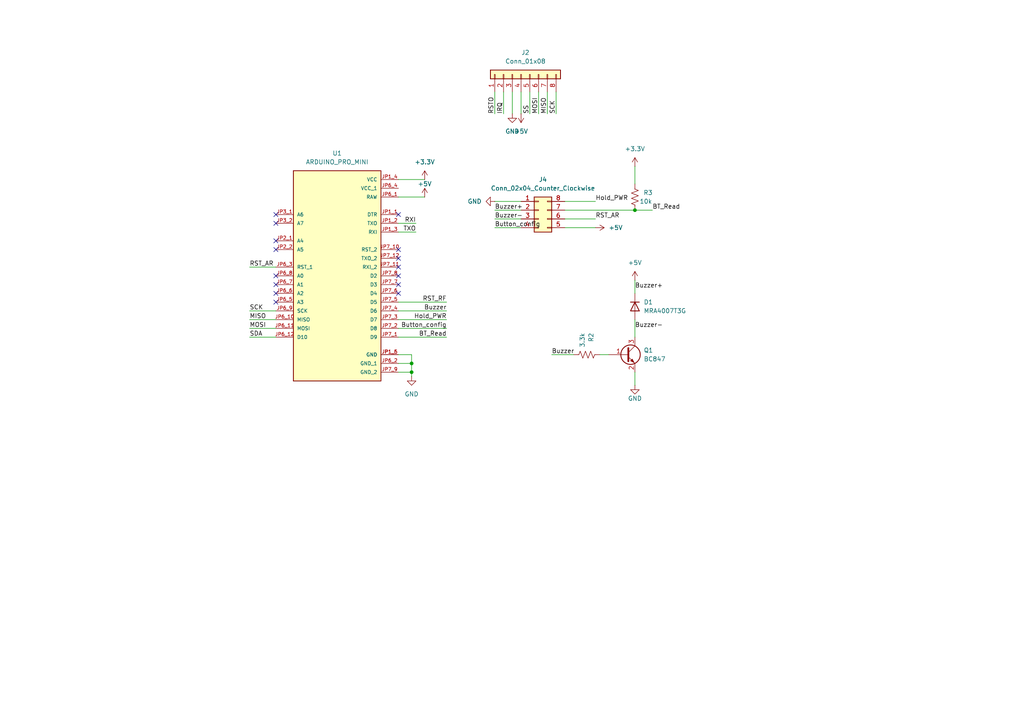
<source format=kicad_sch>
(kicad_sch (version 20231120) (generator "eeschema") (generator_version "8.0")
  (paper "A4")
  (lib_symbols
    (symbol "ARDUINO_PRO_MINI:ARDUINO_PRO_MINI" (pin_names (offset 1.016))
      (property "Reference" "U" (at -12.7 31.75 0))
      (property "Value" "ARDUINO_PRO_MINI" (at -12.7 -33.02 0))
      (symbol "ARDUINO_PRO_MINI_0_0"
        (rectangle (start -12.7 -30.48) (end 12.7 30.48) (stroke (width 0.254)) (fill (type background)))
        (pin input line (at 17.78 17.78 180) (length 5.08) (name "DTR") (number "JP1_1"))
        (pin bidirectional line (at 17.78 15.24 180) (length 5.08) (name "TXO") (number "JP1_2"))
        (pin bidirectional line (at 17.78 12.7 180) (length 5.08) (name "RXI") (number "JP1_3"))
        (pin power_in line (at 17.78 27.94 180) (length 5.08) (name "VCC") (number "JP1_4"))
        (pin power_in line (at 17.78 -22.86 180) (length 5.08) (name "GND") (number "JP1_5"))
        (pin power_in line (at 17.78 -22.86 180) (length 5.08) (name "GND") (number "JP1_6"))
        (pin bidirectional line (at -17.78 10.16 0) (length 5.08) (name "A4") (number "JP2_1"))
        (pin bidirectional line (at -17.78 7.62 0) (length 5.08) (name "A5") (number "JP2_2"))
        (pin input line (at -17.78 17.78 0) (length 5.08) (name "A6") (number "JP3_1"))
        (pin input line (at -17.78 15.24 0) (length 5.08) (name "A7") (number "JP3_2"))
        (pin power_in line (at 17.78 22.86 180) (length 5.08) (name "RAW") (number "JP6_1"))
        (pin bidirectional line (at -17.78 -12.7 0) (length 5.08) (name "MISO") (number "JP6_10"))
        (pin bidirectional line (at -17.78 -15.24 0) (length 5.08) (name "MOSI") (number "JP6_11"))
        (pin bidirectional line (at -17.78 -17.78 0) (length 5.08) (name "D10") (number "JP6_12"))
        (pin power_in line (at 17.78 -25.4 180) (length 5.08) (name "GND_1") (number "JP6_2"))
        (pin input line (at -17.78 2.54 0) (length 5.08) (name "RST_1") (number "JP6_3"))
        (pin power_in line (at 17.78 25.4 180) (length 5.08) (name "VCC_1") (number "JP6_4"))
        (pin bidirectional line (at -17.78 -7.62 0) (length 5.08) (name "A3") (number "JP6_5"))
        (pin bidirectional line (at -17.78 -5.08 0) (length 5.08) (name "A2") (number "JP6_6"))
        (pin bidirectional line (at -17.78 -2.54 0) (length 5.08) (name "A1") (number "JP6_7"))
        (pin bidirectional line (at -17.78 0 0) (length 5.08) (name "A0") (number "JP6_8"))
        (pin bidirectional line (at -17.78 -10.16 0) (length 5.08) (name "SCK") (number "JP6_9"))
        (pin bidirectional line (at 17.78 -17.78 180) (length 5.08) (name "D9") (number "JP7_1"))
        (pin input line (at 17.78 7.62 180) (length 5.08) (name "RST_2") (number "JP7_10"))
        (pin bidirectional line (at 17.78 2.54 180) (length 5.08) (name "RXI_2") (number "JP7_11"))
        (pin bidirectional line (at 17.78 5.08 180) (length 5.08) (name "TXO_2") (number "JP7_12"))
        (pin bidirectional line (at 17.78 -15.24 180) (length 5.08) (name "D8") (number "JP7_2"))
        (pin bidirectional line (at 17.78 -12.7 180) (length 5.08) (name "D7") (number "JP7_3"))
        (pin bidirectional line (at 17.78 -10.16 180) (length 5.08) (name "D6") (number "JP7_4"))
        (pin bidirectional line (at 17.78 -7.62 180) (length 5.08) (name "D5") (number "JP7_5"))
        (pin bidirectional line (at 17.78 -5.08 180) (length 5.08) (name "D4") (number "JP7_6"))
        (pin bidirectional line (at 17.78 -2.54 180) (length 5.08) (name "D3") (number "JP7_7"))
        (pin bidirectional line (at 17.78 0 180) (length 5.08) (name "D2") (number "JP7_8"))
        (pin power_in line (at 17.78 -27.94 180) (length 5.08) (name "GND_2") (number "JP7_9"))
      )
    )
    (symbol "Connector_Generic:Conn_01x08" (pin_names (offset 1.016) hide)
      (property "Reference" "J" (at 0 10.16 0))
      (property "Value" "Conn_01x08" (at 0 -12.7 0))
      (symbol "Conn_01x08_1_1"
        (rectangle (start -1.27 -10.033) (end 0 -10.287) (stroke (width 0.1524)))
        (rectangle (start -1.27 -7.493) (end 0 -7.747) (stroke (width 0.1524)))
        (rectangle (start -1.27 -4.953) (end 0 -5.207) (stroke (width 0.1524)))
        (rectangle (start -1.27 -2.413) (end 0 -2.667) (stroke (width 0.1524)))
        (rectangle (start -1.27 0.127) (end 0 -0.127) (stroke (width 0.1524)))
        (rectangle (start -1.27 2.667) (end 0 2.413) (stroke (width 0.1524)))
        (rectangle (start -1.27 5.207) (end 0 4.953) (stroke (width 0.1524)))
        (rectangle (start -1.27 7.747) (end 0 7.493) (stroke (width 0.1524)))
        (rectangle (start -1.27 8.89) (end 1.27 -11.43) (stroke (width 0.254)) (fill (type background)))
        (pin passive line (at -5.08 7.62 0) (length 3.81) (name "Pin_1") (number "1"))
        (pin passive line (at -5.08 5.08 0) (length 3.81) (name "Pin_2") (number "2"))
        (pin passive line (at -5.08 2.54 0) (length 3.81) (name "Pin_3") (number "3"))
        (pin passive line (at -5.08 0 0) (length 3.81) (name "Pin_4") (number "4"))
        (pin passive line (at -5.08 -2.54 0) (length 3.81) (name "Pin_5") (number "5"))
        (pin passive line (at -5.08 -5.08 0) (length 3.81) (name "Pin_6") (number "6"))
        (pin passive line (at -5.08 -7.62 0) (length 3.81) (name "Pin_7") (number "7"))
        (pin passive line (at -5.08 -10.16 0) (length 3.81) (name "Pin_8") (number "8"))
      )
    )
    (symbol "Connector_Generic:Conn_02x04_Counter_Clockwise" (pin_names (offset 1.016) hide)
      (property "Reference" "J" (at 1.27 5.08 0))
      (property "Value" "Conn_02x04_Counter_Clockwise" (at 1.27 -7.62 0))
      (symbol "Conn_02x04_Counter_Clockwise_1_1"
        (rectangle (start -1.27 -4.953) (end 0 -5.207) (stroke (width 0.1524)))
        (rectangle (start -1.27 -2.413) (end 0 -2.667) (stroke (width 0.1524)))
        (rectangle (start -1.27 0.127) (end 0 -0.127) (stroke (width 0.1524)))
        (rectangle (start -1.27 2.667) (end 0 2.413) (stroke (width 0.1524)))
        (rectangle (start -1.27 3.81) (end 3.81 -6.35) (stroke (width 0.254)) (fill (type background)))
        (rectangle (start 3.81 -4.953) (end 2.54 -5.207) (stroke (width 0.1524)))
        (rectangle (start 3.81 -2.413) (end 2.54 -2.667) (stroke (width 0.1524)))
        (rectangle (start 3.81 0.127) (end 2.54 -0.127) (stroke (width 0.1524)))
        (rectangle (start 3.81 2.667) (end 2.54 2.413) (stroke (width 0.1524)))
        (pin passive line (at -5.08 2.54 0) (length 3.81) (name "Pin_1") (number "1"))
        (pin passive line (at -5.08 0 0) (length 3.81) (name "Pin_2") (number "2"))
        (pin passive line (at -5.08 -2.54 0) (length 3.81) (name "Pin_3") (number "3"))
        (pin passive line (at -5.08 -5.08 0) (length 3.81) (name "Pin_4") (number "4"))
        (pin passive line (at 7.62 -5.08 180) (length 3.81) (name "Pin_5") (number "5"))
        (pin passive line (at 7.62 -2.54 180) (length 3.81) (name "Pin_6") (number "6"))
        (pin passive line (at 7.62 0 180) (length 3.81) (name "Pin_7") (number "7"))
        (pin passive line (at 7.62 2.54 180) (length 3.81) (name "Pin_8") (number "8"))
      )
    )
    (symbol "Device:R_US" (pin_numbers hide) (pin_names (offset 0))
      (property "Reference" "R" (at 2.54 0 90))
      (property "Value" "R_US" (at -2.54 0 90))
      (symbol "R_US_0_1"
        (polyline (pts (xy 0 -2.286) (xy 0 -2.54)))
        (polyline (pts (xy 0 2.286) (xy 0 2.54)))
        (polyline (pts (xy 0 -0.762) (xy 1.016 -1.143) (xy 0 -1.524) (xy -1.016 -1.905) (xy 0 -2.286)))
        (polyline (pts (xy 0 0.762) (xy 1.016 0.381) (xy 0 0) (xy -1.016 -0.381) (xy 0 -0.762)))
        (polyline (pts (xy 0 2.286) (xy 1.016 1.905) (xy 0 1.524) (xy -1.016 1.143) (xy 0 0.762)))
      )
      (symbol "R_US_1_1"
        (pin passive line (at 0 3.81 270) (length 1.27) (name "~") (number "1"))
        (pin passive line (at 0 -3.81 90) (length 1.27) (name "~") (number "2"))
      )
    )
    (symbol "Diode:MRA4007T3G" (pin_numbers hide) (pin_names hide)
      (property "Reference" "D" (at 0 2.54 0))
      (property "Value" "MRA4007T3G" (at 0 -2.54 0))
      (symbol "MRA4007T3G_0_1"
        (polyline (pts (xy -1.27 1.27) (xy -1.27 -1.27)) (stroke (width 0.254)))
        (polyline (pts (xy 1.27 0) (xy -1.27 0)))
        (polyline (pts (xy 1.27 1.27) (xy 1.27 -1.27) (xy -1.27 0) (xy 1.27 1.27)) (stroke (width 0.254)))
      )
      (symbol "MRA4007T3G_1_1"
        (pin passive line (at -3.81 0 0) (length 2.54) (name "K") (number "1"))
        (pin passive line (at 3.81 0 180) (length 2.54) (name "A") (number "2"))
      )
    )
    (symbol "Transistor_BJT:BC847" (pin_names (offset 0) hide)
      (property "Reference" "Q" (at 5.08 1.905 0))
      (property "Value" "BC847" (at 5.08 0 0))
      (symbol "BC847_0_1"
        (polyline (pts (xy 0.635 0.635) (xy 2.54 2.54)))
        (polyline (pts (xy 0.635 -0.635) (xy 2.54 -2.54) (xy 2.54 -2.54)))
        (polyline (pts (xy 0.635 1.905) (xy 0.635 -1.905) (xy 0.635 -1.905)) (stroke (width 0.508)))
        (polyline (pts (xy 1.27 -1.778) (xy 1.778 -1.27) (xy 2.286 -2.286) (xy 1.27 -1.778) (xy 1.27 -1.778)) (fill (type outline)))
        (circle (center 1.27 0) (radius 2.8194) (stroke (width 0.254)))
      )
      (symbol "BC847_1_1"
        (pin input line (at -5.08 0 0) (length 5.715) (name "B") (number "1"))
        (pin passive line (at 2.54 -5.08 90) (length 2.54) (name "E") (number "2"))
        (pin passive line (at 2.54 5.08 270) (length 2.54) (name "C") (number "3"))
      )
    )
    (symbol "power:+3.3V" (power) (pin_numbers hide) (pin_names (offset 0) hide)
      (property "Value" "+3.3V" (at 0 3.556 0))
      (symbol "+3.3V_0_1"
        (polyline (pts (xy -0.762 1.27) (xy 0 2.54)))
        (polyline (pts (xy 0 0) (xy 0 2.54)))
        (polyline (pts (xy 0 2.54) (xy 0.762 1.27)))
      )
      (symbol "+3.3V_1_1"
        (pin power_in line (at 0 0 90) (length 0) (name "~") (number "1"))
      )
    )
    (symbol "power:+5V" (power) (pin_numbers hide) (pin_names (offset 0) hide)
      (property "Value" "+5V" (at 0 3.556 0))
      (symbol "+5V_0_1"
        (polyline (pts (xy -0.762 1.27) (xy 0 2.54)))
        (polyline (pts (xy 0 0) (xy 0 2.54)))
        (polyline (pts (xy 0 2.54) (xy 0.762 1.27)))
      )
      (symbol "+5V_1_1"
        (pin power_in line (at 0 0 90) (length 0) (name "~") (number "1"))
      )
    )
    (symbol "power:GND" (power) (pin_numbers hide) (pin_names (offset 0) hide)
      (property "Value" "GND" (at 0 -3.81 0))
      (symbol "GND_0_1"
        (polyline (pts (xy 0 0) (xy 0 -1.27) (xy 1.27 -1.27) (xy 0 -2.54) (xy -1.27 -1.27) (xy 0 -1.27)))
      )
      (symbol "GND_1_1"
        (pin power_in line (at 0 0 270) (length 0) (name "~") (number "1"))
      )
    )
  )
  (junction (at 119.38 107.95))
  (junction (at 184.15 60.96))
  (junction (at 119.38 105.41))
  (no_connect (at 80.01 85.09))
  (no_connect (at 80.01 62.23))
  (no_connect (at 115.57 74.93))
  (no_connect (at 115.57 82.55))
  (no_connect (at 115.57 77.47))
  (no_connect (at 80.01 87.63))
  (no_connect (at 115.57 72.39))
  (no_connect (at 80.01 64.77))
  (no_connect (at 80.01 82.55))
  (no_connect (at 115.57 85.09))
  (no_connect (at 115.57 62.23))
  (no_connect (at 80.01 72.39))
  (no_connect (at 80.01 69.85))
  (no_connect (at 115.57 80.01))
  (no_connect (at 80.01 80.01))
  (wire (pts (xy 115.57 52.07) (xy 123.19 52.07)))
  (wire (pts (xy 119.38 102.87) (xy 119.38 105.41)))
  (wire (pts (xy 160.02 102.87) (xy 166.37 102.87)))
  (wire (pts (xy 146.05 26.67) (xy 146.05 33.02)))
  (wire (pts (xy 115.57 90.17) (xy 129.54 90.17)))
  (wire (pts (xy 184.15 48.26) (xy 184.15 53.34)))
  (wire (pts (xy 184.15 81.28) (xy 184.15 85.09)))
  (wire (pts (xy 148.59 26.67) (xy 148.59 33.02)))
  (wire (pts (xy 143.51 63.5) (xy 151.13 63.5)))
  (wire (pts (xy 173.99 102.87) (xy 176.53 102.87)))
  (wire (pts (xy 72.39 97.79) (xy 80.01 97.79)))
  (wire (pts (xy 158.75 26.67) (xy 158.75 33.02)))
  (wire (pts (xy 143.51 60.96) (xy 151.13 60.96)))
  (wire (pts (xy 163.83 58.42) (xy 172.72 58.42)))
  (wire (pts (xy 72.39 77.47) (xy 80.01 77.47)))
  (wire (pts (xy 151.13 26.67) (xy 151.13 33.02)))
  (wire (pts (xy 115.57 92.71) (xy 129.54 92.71)))
  (wire (pts (xy 115.57 105.41) (xy 119.38 105.41)))
  (wire (pts (xy 115.57 57.15) (xy 123.19 57.15)))
  (wire (pts (xy 72.39 90.17) (xy 80.01 90.17)))
  (wire (pts (xy 143.51 66.04) (xy 151.13 66.04)))
  (wire (pts (xy 184.15 92.71) (xy 184.15 97.79)))
  (wire (pts (xy 143.51 26.67) (xy 143.51 33.02)))
  (wire (pts (xy 163.83 63.5) (xy 172.72 63.5)))
  (wire (pts (xy 72.39 92.71) (xy 80.01 92.71)))
  (wire (pts (xy 161.29 26.67) (xy 161.29 33.02)))
  (wire (pts (xy 153.67 26.67) (xy 153.67 33.02)))
  (wire (pts (xy 156.21 26.67) (xy 156.21 33.02)))
  (wire (pts (xy 115.57 102.87) (xy 119.38 102.87)))
  (wire (pts (xy 119.38 107.95) (xy 119.38 109.22)))
  (wire (pts (xy 119.38 105.41) (xy 119.38 107.95)))
  (wire (pts (xy 163.83 60.96) (xy 184.15 60.96)))
  (wire (pts (xy 115.57 97.79) (xy 129.54 97.79)))
  (wire (pts (xy 115.57 64.77) (xy 120.65 64.77)))
  (wire (pts (xy 163.83 66.04) (xy 172.72 66.04)))
  (wire (pts (xy 72.39 95.25) (xy 80.01 95.25)))
  (wire (pts (xy 115.57 107.95) (xy 119.38 107.95)))
  (wire (pts (xy 184.15 60.96) (xy 189.23 60.96)))
  (wire (pts (xy 115.57 87.63) (xy 129.54 87.63)))
  (wire (pts (xy 115.57 67.31) (xy 120.65 67.31)))
  (wire (pts (xy 143.51 58.42) (xy 151.13 58.42)))
  (wire (pts (xy 115.57 95.25) (xy 129.54 95.25)))
  (wire (pts (xy 184.15 107.95) (xy 184.15 111.76)))
  (label "Button_config" (at 143.51 66.04 0))
  (label "Hold_PWR" (at 172.72 58.42 0))
  (label "RST_AR" (at 172.72 63.5 0))
  (label "Hold_PWR" (at 129.54 92.71 180))
  (label "IRQ" (at 146.05 33.02 90))
  (label "Buzzer-" (at 184.15 95.25 0))
  (label "SS" (at 153.67 33.02 90))
  (label "Buzzer+" (at 143.51 60.96 0))
  (label "BT_Read" (at 129.54 97.79 180))
  (label "MISO" (at 158.75 33.02 90))
  (label "RXI" (at 120.65 64.77 180))
  (label "Buzzer-" (at 143.51 63.5 0))
  (label "SCK" (at 72.39 90.17 0))
  (label "Buzzer" (at 160.02 102.87 0))
  (label "BT_Read" (at 189.23 60.96 0))
  (label "SDA" (at 72.39 97.79 0))
  (label "SCK" (at 161.29 33.02 90))
  (label "Buzzer" (at 129.54 90.17 180))
  (label "RSTO" (at 143.51 33.02 90))
  (label "MISO" (at 72.39 92.71 0))
  (label "MOSI" (at 156.21 33.02 90))
  (label "TXO" (at 120.65 67.31 180))
  (label "Buzzer+" (at 184.15 83.82 0))
  (label "MOSI" (at 72.39 95.25 0))
  (label "RST_RF" (at 129.54 87.63 180))
  (label "Button_config" (at 129.54 95.25 180))
  (label "RST_AR" (at 72.39 77.47 0))
  (symbol (lib_id "power:+5V") (at 184.15 81.28 0) (unit 1)
    (property "Reference" "#PWR08" (effects (hide yes)))
    (property "Value" "+5V" (at 184.15 76.2 0))
    (property "Description" "Power symbol creates a global label with name \"+5V\"" (effects (hide yes)))
  )
  (symbol (lib_id "Diode:MRA4007T3G") (at 184.15 88.9 270) (unit 1)
    (property "Reference" "D1" (at 186.69 87.6299 90) (effects (justify left)))
    (property "Value" "MRA4007T3G" (at 186.69 90.1699 90) (effects (justify left)))
    (property "Footprint" "Diode_SMD:D_SMA" (effects (hide yes)))
    (property "Datasheet" "http://www.onsemi.com/pub_link/Collateral/MRA4003T3-D.PDF" (effects (hide yes)))
    (property "Description" "1000V, 1A, General Purpose Rectifier Diode, SMA(DO-214AC)" (effects (hide yes)))
    (property "Sim.Device" "D" (effects (hide yes)))
    (property "Sim.Pins" "1=K 2=A" (effects (hide yes)))
  )
  (symbol (lib_id "power:+5V") (at 123.19 57.15 0) (unit 1)
    (property "Reference" "#PWR05" (effects (hide yes)))
    (property "Value" "+5V" (at 123.19 53.34 0))
    (property "Description" "Power symbol creates a global label with name \"+5V\"" (effects (hide yes)))
  )
  (symbol (lib_id "Device:R_US") (at 184.15 57.15 0) (unit 1)
    (property "Reference" "R3" (at 187.96 55.88 0))
    (property "Value" "10k" (at 187.325 58.42 0))
    (property "Footprint" "Resistor_SMD:R_0603_1608Metric" (effects (hide yes)))
  )
  (symbol (lib_id "power:+3.3V") (at 123.19 52.07 0) (unit 1)
    (property "Reference" "#PWR03" (effects (hide yes)))
    (property "Value" "+3.3V" (at 123.19 46.99 0))
    (property "Description" "Power symbol creates a global label with name \"+3.3V\"" (effects (hide yes)))
  )
  (symbol (lib_id "Connector_Generic:Conn_02x04_Counter_Clockwise") (at 156.21 60.96 0) (unit 1)
    (property "Reference" "J4" (at 157.48 52.07 0))
    (property "Value" "Conn_02x04_Counter_Clockwise" (at 157.48 54.61 0))
    (property "Footprint" "Connector_PinHeader_2.00mm:PinHeader_2x04_P2.00mm_Vertical" (effects (hide yes)))
    (property "Description" "Generic connector, double row, 02x04, counter clockwise pin numbering scheme (similar to DIP package numbering), script generated (kicad-library-utils/schlib/autogen/connector/)" (effects (hide yes)))
  )
  (symbol (lib_id "Transistor_BJT:BC847") (at 181.61 102.87 0) (unit 1)
    (property "Reference" "Q1" (at 186.69 101.5999 0) (effects (justify left)))
    (property "Value" "BC847" (at 186.69 104.1399 0) (effects (justify left)))
    (property "Footprint" "Package_TO_SOT_SMD:SOT-23" (effects (hide yes)))
    (property "Datasheet" "http://www.infineon.com/dgdl/Infineon-BC847SERIES_BC848SERIES_BC849SERIES_BC850SERIES-DS-v01_01-en.pdf?fileId=db3a304314dca389011541d4630a1657" (effects (hide yes)))
    (property "Description" "0.1A Ic, 45V Vce, NPN Transistor, SOT-23" (effects (hide yes)))
  )
  (symbol (lib_id "power:GND") (at 143.51 58.42 270) (unit 1)
    (property "Reference" "#PWR02" (effects (hide yes)))
    (property "Value" "GND" (at 139.7 58.4199 90) (effects (justify right)))
    (property "Description" "Power symbol creates a global label with name \"GND\" , ground" (effects (hide yes)))
  )
  (symbol (lib_id "power:GND") (at 119.38 109.22 0) (unit 1)
    (property "Reference" "#PWR01" (effects (hide yes)))
    (property "Value" "GND" (at 119.38 114.3 0))
    (property "Description" "Power symbol creates a global label with name \"GND\" , ground" (effects (hide yes)))
  )
  (symbol (lib_id "Connector_Generic:Conn_01x08") (at 151.13 21.59 90) (unit 1)
    (property "Reference" "J2" (at 152.4 15.24 90))
    (property "Value" "Conn_01x08" (at 152.4 17.78 90))
    (property "Footprint" "Connector_PinHeader_2.54mm:PinHeader_1x08_P2.54mm_Vertical" (effects (hide yes)))
    (property "Description" "Generic connector, single row, 01x08, script generated (kicad-library-utils/schlib/autogen/connector/)" (effects (hide yes)))
  )
  (symbol (lib_id "power:+5V") (at 172.72 66.04 270) (unit 1)
    (property "Reference" "#PWR09" (effects (hide yes)))
    (property "Value" "+5V" (at 176.53 66.0399 90) (effects (justify left)))
    (property "Description" "Power symbol creates a global label with name \"+5V\"" (effects (hide yes)))
  )
  (symbol (lib_id "power:+3.3V") (at 184.15 48.26 0) (unit 1)
    (property "Reference" "#PWR010" (effects (hide yes)))
    (property "Value" "+3.3V" (at 184.15 43.18 0))
    (property "Description" "Power symbol creates a global label with name \"+3.3V\"" (effects (hide yes)))
  )
  (symbol (lib_id "ARDUINO_PRO_MINI:ARDUINO_PRO_MINI") (at 97.79 80.01 0) (unit 1)
    (property "Reference" "U1" (at 97.79 44.45 0))
    (property "Value" "ARDUINO_PRO_MINI" (at 97.79 46.99 0))
    (property "Footprint" "ARDUINO_PRO_MINI:MODULE_ARDUINO_PRO_MINI" (effects (hide yes)))
    (property "MF" "Arduino" (effects (hide yes)))
    (property "MAXIMUM_PACKAGE_HEIGHT" "N/A" (effects (hide yes)))
    (property "Package" "None" (effects (hide yes)))
    (property "Price" "None" (effects (hide yes)))
    (property "Check_prices" "https://www.snapeda.com/parts/Arduino%20Pro%20Mini/Arduino/view-part/?ref=eda" (effects (hide yes)))
    (property "STANDARD" "Manufacturer Recommendations" (effects (hide yes)))
    (property "PARTREV" "N/A" (effects (hide yes)))
    (property "SnapEDA_Link" "https://www.snapeda.com/parts/Arduino%20Pro%20Mini/Arduino/view-part/?ref=snap" (effects (hide yes)))
    (property "MP" "Arduino Pro Mini" (effects (hide yes)))
    (property "Description_1" "\nThis board was developed for applications and installations where space is premium and projects are made as permanent set ups. Small, available in 3.3 V and 5 V versions, powered by ATmega328P.\n" (effects (hide yes)))
    (property "Availability" "Not in stock" (effects (hide yes)))
    (property "MANUFACTURER" "SparkFun Electronics" (effects (hide yes)))
  )
  (symbol (lib_id "power:GND") (at 148.59 33.02 0) (unit 1)
    (property "Reference" "#PWR06" (effects (hide yes)))
    (property "Value" "GND" (at 148.59 38.1 0))
    (property "Description" "Power symbol creates a global label with name \"GND\" , ground" (effects (hide yes)))
  )
  (symbol (lib_id "power:+5V") (at 151.13 33.02 180) (unit 1)
    (property "Reference" "#PWR04" (effects (hide yes)))
    (property "Value" "+5V" (at 151.13 38.1 0))
    (property "Description" "Power symbol creates a global label with name \"+5V\"" (effects (hide yes)))
  )
  (symbol (lib_id "Device:R_US") (at 170.18 102.87 90) (unit 1)
    (property "Reference" "R2" (at 171.45 96.52 0) (effects (justify right)))
    (property "Value" "3.3k" (at 168.91 96.52 0) (effects (justify right)))
    (property "Footprint" "Resistor_SMD:R_0603_1608Metric" (effects (hide yes)))
  )
  (symbol (lib_id "power:GND") (at 184.15 111.76 0) (unit 1)
    (property "Reference" "#PWR07" (effects (hide yes)))
    (property "Value" "GND" (at 184.15 115.57 0))
  )
)
</source>
